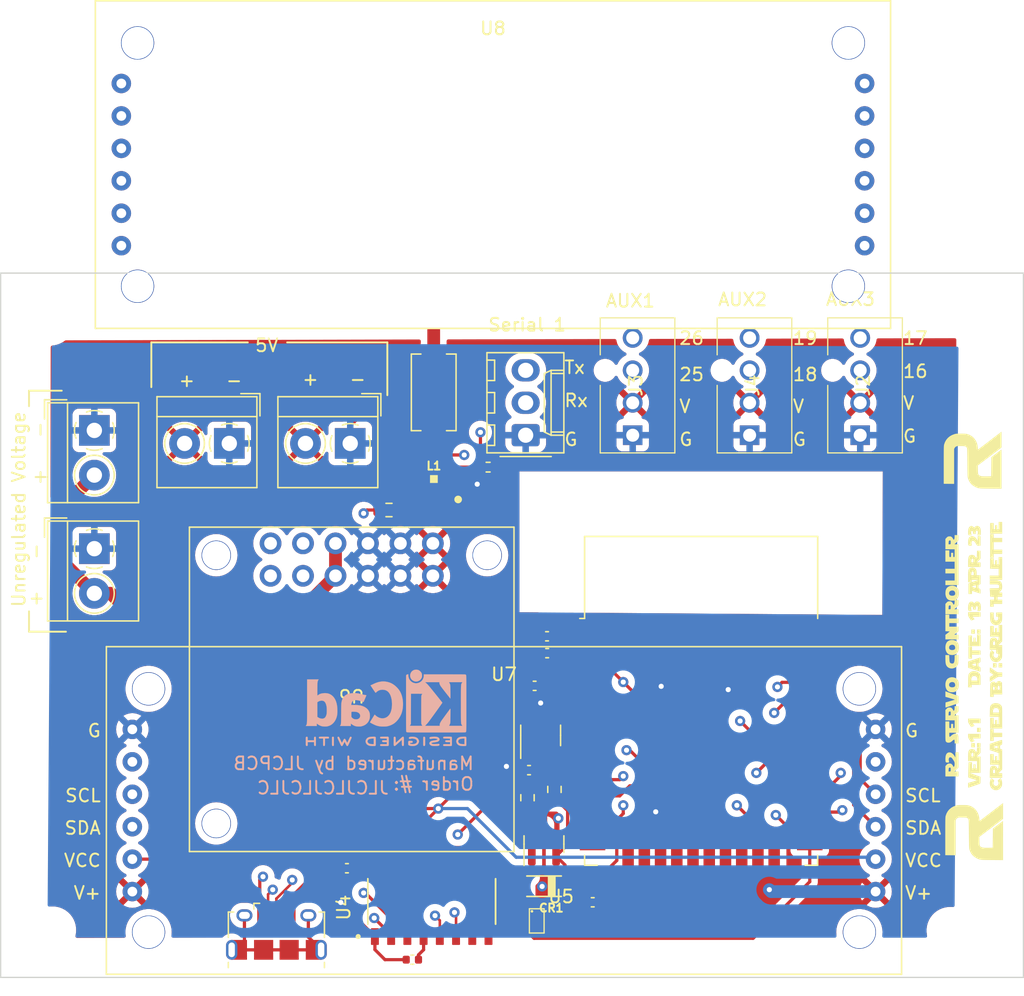
<source format=kicad_pcb>
(kicad_pcb (version 20240108) (generator "pcbnew") (generator_version "8.0")
  (layers (0 "F.Cu" signal) (1 "In1.Cu" signal) (2 "In2.Cu" signal) (31 "B.Cu" signal) (34 "B.Paste" user) (35 "F.Paste" user) (36 "B.SilkS" user "B.Silkscreen") (37 "F.SilkS" user "F.Silkscreen") (38 "B.Mask" user) (39 "F.Mask" user) (44 "Edge.Cuts" user))
  (net 0 "")
  (net 1 "RX_FU")
  (net 2 "GND")
  (net 3 "+3.3V")
  (net 4 "VIN")
  (net 5 "VBUS")
  (net 6 "D-")
  (net 7 "D+")
  (net 10 "SCL")
  (net 11 "SDA")
  (net 12 "+5V")
  (net 17 "ST_LED_D")
  (net 21 "Net-(L1-DI)")
  (net 23 "TX_FU")
  (net 24 "Net-(U3-CE)")
  (net 31 "GPIO0")
  (net 34 "TXD0")
  (net 35 "RXD0")
  (net 43 "DTR")
  (net 44 "RTS")
  (net 46 "RESET")
  (net 51 "+12V")
  (net 55 "AUX3-1")
  (net 56 "AUX3-2")
  (net 57 "AUX1-1")
  (net 58 "AUX1-2")
  (net 59 "AUX2-1")
  (net 60 "AUX2-2")
  (footprint "Capacitor_SMD:C_0402_1005Metric" (layer "F.Cu") (at 100.73 113.39 180)
    (property "Reference" "C7" (hide yes))
    (property "Value" "1uF" (hide yes))
  )
  (footprint "01-Custom:WS2812B-2020" (layer "F.Cu") (at 92.844 97.797)
    (property "Reference" "L1")
    (property "Value" "WS2812B-2020")
  )
  (footprint "TerminalBlock_4Ucon:TerminalBlock_4Ucon_1x02_P3.50mm_Horizontal" (layer "F.Cu") (at 66.273333 93.39 -90)
    (property "Reference" "J5" (hide yes))
    (property "Value" "12OUT" (hide yes))
  )
  (footprint "Logos:R2_Logo_V2" (layer "F.Cu") (at 135.362479 95.731515 90)
    (property "Reference" "G***" (hide yes))
    (property "Value" "LOGO" (hide yes))
  )
  (footprint "01-Custom:470531000" (layer "F.Cu") (at 108.404 93.766 -90)
    (property "Reference" "J3")
    (property "Value" "AUX1")
  )
  (footprint "Connector_USB:USB_Micro-B_Amphenol_10118194_Horizontal" (layer "F.Cu") (at 80.52 132.76)
    (property "Reference" "J1" (hide yes))
    (property "Value" "USB_B_Micro" (hide yes))
  )
  (footprint "TerminalBlock_4Ucon:TerminalBlock_4Ucon_1x02_P3.50mm_Horizontal" (layer "F.Cu") (at 86.298 94.41 180)
    (property "Reference" "J8" (hide yes))
    (property "Value" "5V Out 2" (hide yes))
  )
  (footprint "MountingHole:MountingHole_3.2mm_M3" (layer "F.Cu") (at 62.83 84.902)
    (property "Reference" "REF**" (hide yes))
    (property "Value" "MountingHole_3.2mm_M3" (hide yes))
  )
  (footprint "01-Custom:470531000" (layer "F.Cu") (at 126.208 93.766 -90)
    (property "Reference" "J2")
    (property "Value" "AUX3")
  )
  (footprint "01-Custom:PCA9685" (layer "F.Cu") (at 97.469 72.577)
    (property "Reference" "U8")
    (property "Value" "PCA9685")
  )
  (footprint "01-Custom:PCA9685" (layer "F.Cu") (at 98.33 123.15)
    (property "Reference" "U7")
    (property "Value" "PCA9685")
  )
  (footprint "Capacitor_SMD:C_0402_1005Metric" (layer "F.Cu") (at 101.7 109.51 180)
    (property "Reference" "C3" (hide yes))
    (property "Value" "100nF" (hide yes))
  )
  (footprint "MountingHole:MountingHole_3.2mm_M3" (layer "F.Cu") (at 135.282 84.902)
    (property "Reference" "REF**" (hide yes))
    (property "Value" "MountingHole_3.2mm_M3" (hide yes))
  )
  (footprint "01-Custom:UMT6" (layer "F.Cu") (at 100.895 131.7938)
    (property "Reference" "U5")
    (property "Value" "UMH3N")
  )
  (footprint "Capacitor_SMD:C_0402_1005Metric" (layer "F.Cu") (at 100.29 119.99)
    (property "Reference" "C5" (hide yes))
    (property "Value" "1uF" (hide yes))
  )
  (footprint "Resistor_SMD:R_0603_1608Metric" (layer "F.Cu") (at 100.17 122.15 90)
    (property "Reference" "R2" (hide yes))
    (property "Value" "100K" (hide yes))
  )
  (footprint "Package_TO_SOT_SMD:SOT-23-5" (layer "F.Cu") (at 101.2 117.27 90)
    (property "Reference" "U3" (hide yes))
    (property "Value" "ME6211C33M5G" (hide yes))
  )
  (footprint "01-Custom:D36V50F5-STEPDOWN" (layer "F.Cu") (at 86.415 113.665 180)
    (property "Reference" "U6")
    (property "Value" "D36V50F5-STEPDOWN")
  )
  (footprint "Resistor_SMD:R_0603_1608Metric" (layer "F.Cu") (at 89.332 99.624)
    (property "Reference" "R1" (hide yes))
    (property "Value" "10K" (hide yes))
  )
  (footprint "Capacitor_SMD:C_0402_1005Metric" (layer "F.Cu") (at 105.276 130.336 180)
    (property "Reference" "C1" (hide yes))
    (property "Value" "100nF" (hide yes))
  )
  (footprint "MountingHole:MountingHole_3.2mm_M3" (layer "F.Cu") (at 133.25 132.55)
    (property "Reference" "REF**" (hide yes))
    (property "Value" "MountingHole_3.2mm_M3" (hide yes))
  )
  (footprint "01-Custom:SOIC127P600X180-16N" (layer "F.Cu") (at 92.675 130.27 90)
    (property "Reference" "U4")
    (property "Value" "CH340C")
  )
  (footprint "TerminalBlock_4Ucon:TerminalBlock_4Ucon_1x02_P3.50mm_Horizontal" (layer "F.Cu") (at 66.273333 102.65 -90)
    (property "Reference" "J6" (hide yes))
    (property "Value" "12VOUT" (hide yes))
  )
  (footprint "Logos:ServoControllerv1.1" (layer "F.Cu") (at 135.098 111.062 90)
    (property "Reference" "G***" (hide yes))
    (property "Value" "LOGO" (hide yes))
  )
  (footprint "01-Custom:SOD3716X135N" (layer "F.Cu") (at 101.4685 129.0805 180)
    (property "Reference" "CR1")
    (property "Value" "B5819W-TP")
  )
  (footprint "RF_Module:ESP32-WROOM-32" (layer "F.Cu") (at 113.76 117.56)
    (property "Reference" "U1" (hide yes))
    (property "Value" "ESP32-WROOM-32D_16MB_" (hide yes))
  )
  (footprint "Capacitor_SMD:C_0402_1005Metric" (layer "F.Cu") (at 91.16 134.83 180)
    (property "Reference" "C6" (hide yes))
    (property "Value" "100nF" (hide yes))
  )
  (footprint "Resistor_SMD:R_0402_1005Metric" (layer "F.Cu") (at 97.09 96.266 180)
    (property "Reference" "R4" (hide yes))
    (property "Value" "220")
  )
  (footprint "01-Custom:470531000" (layer "F.Cu") (at 117.554 93.766 -90)
    (property "Reference" "J4")
    (property "Value" "AUX2")
  )
  (footprint "Connector_Molex:Molex_KK-254_AE-6410-03A_1x03_P2.54mm_Vertical" (layer "F.Cu") (at 100.028 93.766 90)
    (property "Reference" "J12" (hide yes))
    (property "Value" "SERIAL_FU" (hide yes))
  )
  (footprint "TerminalBlock_4Ucon:TerminalBlock_4Ucon_1x02_P3.50mm_Horizontal" (layer "F.Cu") (at 76.834666 94.41 180)
    (property "Reference" "J7" (hide yes))
    (property "Value" "5V OUT" (hide yes))
  )
  (footprint "Capacitor_SMD:C_0402_1005Metric" (layer "F.Cu") (at 101.71 110.83 180)
    (property "Reference" "C2" (hide yes))
    (property "Value" "10uF" (hide yes))
  )
  (footprint "Logos:R2_Logo_V2" (layer "F.Cu") (at 135.482 124.812 90)
    (property "Reference" "G***" (hide yes))
    (property "Value" "LOGO" (hide yes))
  )
  (footprint "MountingHole:MountingHole_3.2mm_M3" (layer "F.Cu") (at 63 132.51)
    (property "Reference" "REF**" (hide yes))
    (property "Value" "MountingHole_3.2mm_M3" (hide yes))
  )
  (footprint "Package_TO_SOT_SMD:SOT-23" (layer "F.Cu") (at 101.46 125.782 90)
    (property "Reference" "U2" (hide yes))
    (property "Value" "CJ2301_S1" (hide yes))
  )
  (footprint "01-Custom:TS-1101S-B-B-B-W-A" (layer "F.Cu") (at 92.831 90.411 -90)
    (property "Reference" "SW1")
    (property "Value" "SW_Push")
  )
  (footprint "Capacitor_SMD:C_0402_1005Metric" (layer "F.Cu") (at 86.04 127.67 180)
    (property "Reference" "C4" (hide yes))
    (property "Value" "10uF" (hide yes))
  )
  (footprint "Resistor_SMD:R_0603_1608Metric" (layer "F.Cu") (at 102.28 121.5 -90)
    (property "Reference" "R3" (hide yes))
    (property "Value" "100K" (hide yes))
  )
  (footprint "Symbol:KiCad-Logo2_5mm_SilkScreen" (layer "B.Cu") (at 89.11 115.1 180)
    (property "Reference" "REF**" (hide yes))
    (property "Value" "KiCad-Logo2_5mm_SilkScreen" (hide yes))
  )
  (gr_line (start 61.16 109.15) (end 64.05 109.15) (stroke (width 0.15)) (layer "F.SilkS"))
  (gr_line (start 89.202 90.63) (end 89.202 86.5) (stroke (width 0.15)) (layer "F.SilkS"))
  (gr_line (start 78.282 86.5) (end 70.732 86.5) (stroke (width 0.15)) (layer "F.SilkS"))
  (gr_line (start 61.16 107.56) (end 61.16 109.15) (stroke (width 0.15)) (layer "F.SilkS"))
  (gr_line (start 61.16 90.28) (end 61.16 91.49) (stroke (width 0.15)) (layer "F.SilkS"))
  (gr_line (start 70.732 86.5) (end 70.732 90) (stroke (width 0.15)) (layer "F.SilkS"))
  (gr_line (start 63.72 90.28) (end 61.16 90.28) (stroke (width 0.15)) (layer "F.SilkS"))
  (gr_line (start 89.202 86.5) (end 81.362 86.5) (stroke (width 0.15)) (layer "F.SilkS"))
  (gr_rect (start 58.94 81.072) (end 138.982 136.22) (stroke (width 0.1)) (fill none) (layer "Edge.Cuts"))
  (gr_text "Manufactured by JLCPCB\nOrder #:" (at 96.06 120.27 0) (layer "B.SilkS") (effects (font (size 1 1)) (justify left mirror)))
  (gr_text "JLCJLCJLCJLC" (at 84.16 121.38 0) (layer "B.SilkS") (effects (font (size 1 1)) (justify mirror)))
  (gr_text "AUX3" (at 125.446 83.122 0) (layer "F.SilkS") (effects (font (size 1 1))))
  (gr_text "V+" (at 65.716381 129.604 0) (layer "F.SilkS") (effects (font (size 1 1))))
  (gr_text "G" (at 121.453429 94.096 0) (layer "F.SilkS") (effects (font (size 1 1))))
  (gr_text "+" (at 61.988 97.04 90) (layer "F.SilkS") (effects (font (size 1 1))))
  (gr_text "18" (at 121.90581 89.016 0) (layer "F.SilkS") (effects (font (size 1 1))))
  (gr_text "+" (at 61.684 106.56 90) (layer "F.SilkS") (effects (font (size 1 1))))
  (gr_text "Serial 1" (at 100.146 85.12 0) (layer "F.SilkS") (effects (font (size 1 1))))
  (gr_text "V" (at 121.382 91.504 0) (layer "F.SilkS") (effects (font (size 1 1))))
  (gr_text "G" (at 103.570286 94.096 0) (layer "F.SilkS") (effects (font (size 1 1))))
  (gr_text "V" (at 112.492 91.504 0) (layer "F.SilkS") (effects (font (size 1 1))))
  (gr_text "AUX1" (at 108.222 83.242 0) (layer "F.SilkS") (effects (font (size 1 1))))
  (gr_text "SCL" (at 131.113333 121.984 0) (layer "F.SilkS") (effects (font (size 1 1))))
  (gr_text "-" (at 61.988 93.34 90) (layer "F.SilkS") (effects (font (size 1 1))))
  (gr_text "-" (at 86.882 89.37 0) (layer "F.SilkS") (effects (font (size 1 1))))
  (gr_text "SCL" (at 65.383047 121.984 0) (layer "F.SilkS") (effects (font (size 1 1))))
  (gr_text "Unregulated Voltage" (at 60.362 99.57 90) (layer "F.SilkS") (effects (font (size 1 1))))
  (gr_text "VCC" (at 65.335428 127.064 0) (layer "F.SilkS") (effects (font (size 1 1))))
  (gr_text "+" (at 83.182 89.37 0) (layer "F.SilkS") (effects (font (size 1 1))))
  (gr_text "5V" (at 79.772 86.73 0) (layer "F.SilkS") (effects (font (size 1 1))))
  (gr_text "SDA" (at 65.359238 124.524 0) (layer "F.SilkS") (effects (font (size 1 1))))
  (gr_text "G" (at 112.563429 94.096 0) (layer "F.SilkS") (effects (font (size 1 1))))
  (gr_text "-" (at 77.212 89.47 0) (layer "F.SilkS") (effects (font (size 1 1))))
  (gr_text "G" (at 130.073619 93.842 0) (layer "F.SilkS") (effects (font (size 1 1))))
  (gr_text "16" (at 130.526 88.762 0) (layer "F.SilkS") (effects (font (size 1 1))))
  (gr_text "19" (at 121.90581 86.17 0) (layer "F.SilkS") (effects (font (size 1 1))))
  (gr_text "SDA" (at 131.137143 124.524 0) (layer "F.SilkS") (effects (font (size 1 1))))
  (gr_text "V" (at 130.00219 91.25 0) (layer "F.SilkS") (effects (font (size 1 1))))
  (gr_text "17" (at 130.526 86.17 0) (layer "F.SilkS") (effects (font (size 1 1))))
  (gr_text "-" (at 61.684 102.86 90) (layer "F.SilkS") (effects (font (size 1 1))))
  (gr_text "G" (at 66.264 116.904 0) (layer "F.SilkS") (effects (font (size 1 1))))
  (gr_text "26" (at 113.01581 86.17 0) (layer "F.SilkS") (effects (font (size 1 1))))
  (gr_text "Rx" (at 103.975048 91.048 0) (layer "F.SilkS") (effects (font (size 1 1))))
  (gr_text "AUX2" (at 117.008 83.142 0) (layer "F.SilkS") (effects (font (size 1 1))))
  (gr_text "Tx" (at 103.856 88.456 0) (layer "F.SilkS") (effects (font (size 1 1))))
  (gr_text "G" (at 130.232381 116.904 0) (layer "F.SilkS") (effects (font (size 1 1))))
  (gr_text "+" (at 73.512 89.47 0) (layer "F.SilkS") (effects (font (size 1 1))))
  (gr_text "VCC" (at 131.160952 127.064 0) (layer "F.SilkS") (effects (font (size 1 1))))
  (gr_text "V+" (at 130.78 129.604 0) (layer "F.SilkS") (effects (font (size 1 1))))
  (gr_text "25" (at 113.01581 89.016 0) (layer "F.SilkS") (effects (font (size 1 1))))
  (segment (start 83.02 133.06) (end 84.02 134.06) (width 0.254) (layer "F.Cu") (net 0))
  (segment (start 79.52 134.06) (end 81.52 134.06) (width 0.254) (layer "F.Cu") (net 0))
  (segment (start 77.62 134.06) (end 79.52 134.06) (width 0.254) (layer "F.Cu") (net 0))
  (segment (start 78.02 133.66) (end 77.62 134.06) (width 0.254) (layer "F.Cu") (net 0))
  (segment (start 81.52 134.06) (end 83.42 134.06) (width 0.254) (layer "F.Cu") (net 0))
  (segment (start 78.02 131.36) (end 78.02 133.66) (width 0.254) (layer "F.Cu") (net 0))
  (segment (start 83.02 131.36) (end 83.02 133.06) (width 0.254) (layer "F.Cu") (net 0))
  (segment (start 105.26 124.545) (end 106.51 124.545) (width 0.25) (layer "F.Cu") (net 1))
  (segment (start 106.51 124.545) (end 107.666 123.389) (width 0.25) (layer "F.Cu") (net 1))
  (segment (start 107.666 123.389) (end 107.666 122.746) (width 0.25) (layer "F.Cu") (net 1))
  (via (at 107.666 122.746) (size 0.8) (drill 0.4) (layers "F.Cu" "B.Cu") (net 1))
  (segment (start 101.2 114.734) (end 101.2 114.34693) (width 0.25) (layer "F.Cu") (net 2))
  (segment (start 108.045 126.815) (end 108.045 129.987) (width 0.25) (layer "F.Cu") (net 2))
  (segment (start 108.045 126.815) (end 108.045 125.415) (width 0.25) (layer "F.Cu") (net 2))
  (segment (start 110.6335 113.4285) (end 112.76 115.555) (width 0.25) (layer "F.Cu") (net 2))
  (segment (start 101.2 118.4075) (end 101.2 114.734) (width 0.25) (layer "F.Cu") (net 2))
  (segment (start 103.877 109.305) (end 102.84 108.268) (width 0.25) (layer "F.Cu") (net 2))
  (segment (start 112.76 115.555) (end 112.76 116.805) (width 0.25) (layer "F.Cu") (net 2))
  (segment (start 108.045 129.987) (end 106.736 131.296) (width 0.25) (layer "F.Cu") (net 2))
  (segment (start 101.57 108.268) (end 101.22 108.618) (width 0.25) (layer "F.Cu") (net 2))
  (segment (start 81.82 129.796) (end 83.946 127.67) (width 0.25) (layer "F.Cu") (net 2))
  (segment (start 101.22 109.51) (end 101.22 110.82) (width 0.25) (layer "F.Cu") (net 2))
  (segment (start 105.26 109.305) (end 106.51 109.305) (width 0.25) (layer "F.Cu") (net 2))
  (segment (start 100.17 120.35) (end 99.81 119.99) (width 0.25) (layer "F.Cu") (net 2))
  (segment (start 88.23 134.044) (end 88.23 133.02) (width 0.25) (layer "F.Cu") (net 2))
  (segment (start 88.23 133.02) (end 85.56 130.35) (width 0.25) (layer "F.Cu") (net 2))
  (segment (start 112.76 120.7) (end 112.76 116.805) (width 0.25) (layer "F.Cu") (net 2))
  (segment (start 105.26 109.305) (end 103.877 109.305) (width 0.25) (layer "F.Cu") (net 2))
  (segment (start 99.81 119.99) (end 98.814 119.99) (width 0.25) (layer "F.Cu") (net 2))
  (segment (start 92.831 86.511) (end 86.298 93.044) (width 0.25) (layer "F.Cu") (net 2))
  (segment (start 120.26 109.305) (end 115.8785 113.6865) (width 0.25) (layer "F.Cu") (net 2))
  (segment (start 86.298 93.044) (end 86.298 94.41) (width 0.25) (layer "F.Cu") (net 2))
  (segment (start 90.68 134.83) (end 89.016 134.83) (width 0.25) (layer "F.Cu") (net 2))
  (segment (start 101.2 114.34693) (end 100.25 113.39693) (width 0.25) (layer "F.Cu") (net 2))
  (segment (start 100.25 113.39693) (end 100.25 113.39) (width 0.25) (layer "F.Cu") (net 2))
  (segment (start 106.736 131.296) (end 105.74907 131.296) (width 0.25) (layer "F.Cu") (net 2))
  (segment (start 83.946 127.67) (end 85.56 127.67) (width 0.25) (layer "F.Cu") (net 2))
  (segment (start 89.016 134.83) (end 88.23 134.044) (width 0.25) (layer "F.Cu") (net 2))
  (segment (start 110.206 123.254) (end 112.76 120.7) (width 0.25) (layer "F.Cu") (net 2))
  (segment (start 105.74907 131.296) (end 104.796 130.34293) (width 0.25) (layer "F.Cu") (net 2))
  (segment (start 101.22 110.82) (end 101.23 110.83) (width 0.25) (layer "F.Cu") (net 2))
  (segment (start 101.22 108.618) (end 101.22 109.51) (width 0.25) (layer "F.Cu") (net 2))
  (segment (start 98.814 119.99) (end 98.522 119.698) (width 0.25) (layer "F.Cu") (net 2))
  (segment (start 115.8785 113.6865) (end 112.76 116.805) (width 0.25) (layer "F.Cu") (net 2))
  (segment (start 104.796 130.34293) (end 104.796 130.336) (width 0.25) (layer "F.Cu") (net 2))
  (segment (start 95.783 97.147) (end 96.236 97.6) (width 0.25) (layer "F.Cu") (net 2))
  (segment (start 108.045 125.415) (end 110.206 123.254) (width 0.25) (layer "F.Cu") (net 2))
  (segment (start 81.82 131.36) (end 81.82 129.796) (width 0.25) (layer "F.Cu") (net 2))
  (segment (start 93.859 97.147) (end 95.783 97.147) (width 0.25) (layer "F.Cu") (net 2))
  (segment (start 122.26 109.305) (end 120.26 109.305) (width 0.25) (layer "F.Cu") (net 2))
  (segment (start 102.84 108.268) (end 101.57 108.268) (width 0.25) (layer "F.Cu") (net 2))
  (segment (start 85.56 130.35) (end 85.56 127.67) (width 0.25) (layer "F.Cu") (net 2))
  (segment (start 106.51 109.305) (end 110.6335 113.4285) (width 0.25) (layer "F.Cu") (net 2))
  (segment (start 100.17 121.325) (end 100.17 120.35) (width 0.25) (layer "F.Cu") (net 2))
  (via (at 98.522 119.698) (size 0.8) (drill 0.4) (layers "F.Cu" "B.Cu") (net 2))
  (via (at 85.56 130.35) (size 0.8) (drill 0.4) (layers "F.Cu" "B.Cu") (net 2))
  (via (at 115.8785 113.6865) (size 0.8) (drill 0.4) (layers "F.Cu" "B.Cu") (net 2))
  (via (at 101.2 114.734) (size 0.8) (drill 0.4) (layers "F.Cu" "B.Cu") (net 2))
  (via (at 96.236 97.6) (size 0.8) (drill 0.4) (layers "F.Cu" "B.Cu") (net 2))
  (via (at 110.206 123.254) (size 0.8) (drill 0.4) (layers "F.Cu" "B.Cu") (net 2))
  (via (at 110.6335 113.4285) (size 0.8) (drill 0.4) (layers "F.Cu" "B.Cu") (net 2))
  (segment (start 99.284 115.1665) (end 99.284 113.602) (width 0.25) (layer "F.Cu") (net 3))
  (segment (start 101.45693 112.078) (end 102.586 112.078) (width 0.25) (layer "F.Cu") (net 3))
  (segment (start 101.21 113.39) (end 101.274 113.39) (width 0.25) (layer "F.Cu") (net 3))
  (segment (start 100.0555 116.1325) (end 93.188 123) (width 0.25) (layer "F.Cu") (net 3))
  (segment (start 102.713 111.951) (end 104.089 110.575) (width 0.25) (layer "F.Cu") (net 3))
  (segment (start 99.284 113.602) (end 99.284 113.094) (width 0.25) (layer "F.Cu") (net 3))
  (segment (start 77.29 126.96) (end 81.25 123) (width 0.254) (layer "F.Cu") (net 3))
  (segment (start 102.586 112.078) (end 102.713 111.951) (width 0.25) (layer "F.Cu") (net 3))
  (segment (start 88.23 126.434) (end 88.23 127.52) (width 0.25) (layer "F.Cu") (net 3))
  (segment (start 88.23 128.964) (end 92.04 132.774) (width 0.25) (layer "F.Cu") (net 3))
  (segment (start 92.04 132.774) (end 92.04 133.02) (width 0.25) (layer "F.Cu") (net 3))
  (segment (start 92.04 134.054) (end 92.04 133.02) (width 0.25) (layer "F.Cu") (net 3))
  (segment (start 69.247 126.96) (end 77.29 126.96) (width 0.254) (layer "F.Cu") (net 3))
  (segment (start 103.245 110.575) (end 105.26 110.575) (width 0.25) (layer "F.Cu") (net 3))
  (segment (start 102.445 110.575) (end 105.26 110.575) (width 0.25) (layer "F.Cu") (net 3))
  (segment (start 86.52 127.67) (end 88.08 127.67) (width 0.25) (layer "F.Cu") (net 3))
  (segment (start 104.089 110.575) (end 105.26 110.575) (width 0.25) (layer "F.Cu") (net 3))
  (segment (start 88.507 99.624) (end 87.608 99.624) (width 0.25) (layer "F.Cu") (net 3))
  (segment (start 100.25 116.1325) (end 99.284 115.1665) (width 0.25) (layer "F.Cu") (net 3))
  (segment (start 101.274 113.39) (end 102.713 111.951) (width 0.25) (layer "F.Cu") (net 3))
  (segment (start 81.25 123) (end 93.188 123) (width 0.254) (layer "F.Cu") (net 3))
  (segment (start 91.64 134.83) (end 91.64 134.454) (width 0.25) (layer "F.Cu") (net 3))
  (segment (start 89.886 124.778) (end 88.23 126.434) (width 0.25) (layer "F.Cu") (net 3))
  (segment (start 102.19 110.83) (end 102.445 110.575) (width 0.25) (layer "F.Cu") (net 3))
  (segment (start 91.64 134.454) (end 92.04 134.054) (width 0.25) (layer "F.Cu") (net 3))
  (segment (start 100.554 111.824) (end 101.20293 111.824) (width 0.25) (layer "F.Cu") (net 3))
  (segment (start 88.23 127.52) (end 88.23 128.964) (width 0.25) (layer "F.Cu") (net 3))
  (segment (start 87.608 99.624) (end 87.346 99.886) (width 0.25) (layer "F.Cu") (net 3))
  (segment (start 91.41 124.778) (end 89.886 124.778) (width 0.25) (layer "F.Cu") (net 3))
  (segment (start 101.20293 111.824) (end 101.45693 112.078) (width 0.25) (layer "F.Cu") (net 3))
  (segment (start 88.08 127.67) (end 88.23 127.52) (width 0.25) (layer "F.Cu") (net 3))
  (segment (start 93.188 123) (end 91.41 124.778) (width 0.25) (layer "F.Cu") (net 3))
  (segment (start 102.18 109.51) (end 103.245 110.575) (width 0.25) (layer "F.Cu") (net 3))
  (segment (start 100.25 116.1325) (end 100.0555 116.1325) (width 0.25) (layer "F.Cu") (net 3))
  (segment (start 99.284 113.094) (end 100.554 111.824) (width 0.25) (layer "F.Cu") (net 3))
  (via (at 87.346 99.886) (size 0.8) (drill 0.4) (layers "F.Cu" "B.Cu") (net 3))
  (via (at 93.188 123) (size 0.8) (drill 0.4) (layers "F.Cu" "B.Cu") (net 3))
  (segment (start 127.413 126.96) (end 127.263 126.81) (width 0.254) (layer "B.Cu") (net 3))
  (segment (start 95.474 123) (end 93.188 123) (width 0.254) (layer "B.Cu") (net 3))
  (segment (start 127.263 126.81) (end 99.284 126.81) (width 0.254) (layer "B.Cu") (net 3))
  (segment (start 99.284 126.81) (end 95.474 123) (width 0.254) (layer "B.Cu") (net 3))
  (segment (start 101.48048 120.70048) (end 100.77 119.99) (width 0.25) (layer "F.Cu") (net 4))
  (segment (start 102.41 126.7195) (end 103.310511 125.818989) (width 0.25) (layer "F.Cu") (net 4))
  (segment (start 100.25 118.4075) (end 100.41452 118.57202) (width 0.25) (layer "F.Cu") (net 4))
  (segment (start 102.28 122.325) (end 101.48048 121.52548) (width 0.25) (layer "F.Cu") (net 4))
  (segment (start 103.310511 123.165511) (end 102.47 122.325) (width 0.25) (layer "F.Cu") (net 4))
  (segment (start 103.1068 129.0805) (end 103.1068 127.4163) (width 0.25) (layer "F.Cu") (net 4))
  (segment (start 101.48048 121.52548) (end 101.48048 120.70048) (width 0.25) (layer "F.Cu") (net 4))
  (segment (start 103.310511 125.818989) (end 103.310511 123.165511) (width 0.25) (layer "F.Cu") (net 4))
  (segment (start 100.41452 119.63452) (end 100.77 119.99) (width 0.25) (layer "F.Cu") (net 4))
  (segment (start 103.1068 127.4163) (end 102.41 126.7195) (width 0.25) (layer "F.Cu") (net 4))
  (segment (start 100.41452 118.57202) (end 100.41452 119.63452) (width 0.25) (layer "F.Cu") (net 4))
  (segment (start 100.51 123.315) (end 100.17 122.975) (width 0.25) (layer "F.Cu") (net 5))
  (segment (start 96.769 122.975) (end 94.712 125.032) (width 0.25) (layer "F.Cu") (net 5))
  (segment (start 79.22 128.586) (end 79.472 128.334) (width 0.25) (layer "F.Cu") (net 5))
  (segment (start 99.8302 129.0805) (end 100.51 128.4007) (width 0.25) (layer "F.Cu") (net 5))
  (segment (start 100.17 122.975) (end 96.769 122.975) (width 0.25) (layer "F.Cu") (net 5))
  (segment (start 79.22 131.36) (end 79.22 128.586) (width 0.25) (layer "F.Cu") (net 5))
  (segment (start 100.51 128.4007) (end 100.51 123.315) (width 0.25) (layer "F.Cu") (net 5))
  (via (at 79.472 128.334) (size 0.8) (drill 0.4) (layers "F.Cu" "B.Cu") (net 5))
  (via (at 94.712 125.032) (size 0.8) (drill 0.4) (layers "F.Cu" "B.Cu") (net 5))
  (segment (start 94.58 133.02) (end 94.58 131.25) (width 0.2) (layer "F.Cu") (net 6))
  (segment (start 79.87 129.714) (end 80.234 129.35) (width 0.2) (layer "F.Cu") (net 6))
  (segment (start 94.58 131.25) (end 94.458 131.128) (width 0.2) (layer "F.Cu") (net 6))
  (segment (start 79.87 131.36) (end 79.87 129.714) (width 0.2) (layer "F.Cu") (net 6))
  (via (at 94.458 131.128) (size 0.8) (drill 0.4) (layers "F.Cu" "B.Cu") (net 6))
  (via (at 80.234 129.35) (size 0.8) (drill 0.4) (layers "F.Cu" "B.Cu") (net 6))
  (segment (start 93.31 133.02) (end 93.31 131.758) (width 0.2) (layer "F.Cu") (net 7))
  (segment (start 80.523748 130.049511) (end 81.758 128.815259) (width 0.2) (layer "F.Cu") (net 7))
  (segment (start 93.31 131.758) (end 92.934 131.382) (width 0.2) (layer "F.Cu") (net 7))
  (segment (start 80.52 131.36) (end 80.52 130.049511) (width 0.2) (layer "F.Cu") (net 7))
  (segment (start 80.52 130.049511) (end 80.523748 130.049511) (width 0.2) (layer "F.Cu") (net 7))
  (segment (start 81.758 128.815259) (end 81.758 128.588) (width 0.2) (layer "F.Cu") (net 7))
  (via (at 92.934 131.382) (size 0.8) (drill 0.4) (layers "F.Cu" "B.Cu") (net 7))
  (via (at 81.758 128.588) (size 0.8) (drill 0.4) (layers "F.Cu" "B.Cu") (net 7))
  (segment (start 126.208 120.675) (end 126.208 117.92) (width 0.254) (layer "F.Cu") (net 10))
  (segment (start 122.927 111.845) (end 122.26 111.845) (width 0.254) (layer "F.Cu") (net 10))
  (segment (start 123.922 115.634) (end 123.922 112.84) (width 0.254) (layer "F.Cu") (net 10))
  (segment (start 123.922 112.84) (end 122.927 111.845) (width 0.254) (layer "F.Cu") (net 10))
  (segment (start 127.413 121.88) (end 126.208 120.675) (width 0.254) (layer "F.Cu") (net 10))
  (segment (start 126.208 117.92) (end 123.922 115.634) (width 0.254) (layer "F.Cu") (net 10))
  (segment (start 125.7 122.707) (end 127.413 124.42) (width 0.254) (layer "F.Cu") (net 11))
  (segment (start 122.927 115.655) (end 125.7 118.428) (width 0.254) (layer "F.Cu") (net 11))
  (segment (start 122.26 115.655) (end 122.927 115.655) (width 0.254) (layer "F.Cu") (net 11))
  (segment (start 125.7 118.428) (end 125.7 122.707) (width 0.254) (layer "F.Cu") (net 11))
  (via (at 119.096 129.35) (size 0.8) (drill 0.4) (layers "F.Cu" "B.Cu") (net 12))
  (via (at 102.586 123.762) (size 0.8) (drill 0.4) (layers "F.Cu" "B.Cu") (net 12))
  (via (at 101.316 129.096) (size 0.8) (drill 0.4) (layers "F.Cu" "B.Cu") (net 12))
  (segment (start 119.246 129.5) (end 119.096 129.35) (width 1) (layer "B.Cu") (net 12))
  (segment (start 127.413 129.5) (end 119.246 129.5) (width 1) (layer "B.Cu") (net 12))
  (segment (start 96.49 93.536) (end 96.49 95.156) (width 0.25) (layer "F.Cu") (net 17))
  (segment (start 122.26 124.545) (end 120.641 124.545) (width 0.25) (layer "F.Cu") (net 17))
  (segment (start 120.641 124.545) (end 119.604 123.508) (width 0.25) (layer "F.Cu") (net 17))
  (segment (start 96.49 95.156) (end 97.6 96.266) (width 0.25) (layer "F.Cu") (net 17))
  (via (at 96.49 93.536) (size 0.8) (drill 0.4) (layers "F.Cu" "B.Cu") (net 17))
  (via (at 119.604 123.508) (size 0.8) (drill 0.4) (layers "F.Cu" "B.Cu") (net 17))
  (segment (start 92.71 96.266) (end 91.829 97.147) (width 0.25) (layer "F.Cu") (net 21))
  (segment (start 96.58 96.266) (end 92.71 96.266) (width 0.25) (layer "F.Cu") (net 21))
  (segment (start 118.205 126.815) (end 118.205 124.395) (width 0.254) (layer "F.Cu") (net 23))
  (segment (start 118.205 124.395) (end 116.556 122.746) (width 0.254) (layer "F.Cu") (net 23))
  (via (at 116.556 122.746) (size 0.8) (drill 0.4) (layers "F.Cu" "B.Cu") (net 23))
  (segment (start 102.15 118.4075) (end 102.15 120.355) (width 0.25) (layer "F.Cu") (net 24))
  (segment (start 102.15 120.355) (end 102.47 120.675) (width 0.25) (layer "F.Cu") (net 24))
  (segment (start 100.6862 133.16) (end 117.826 133.16) (width 0.25) (layer "F.Cu") (net 31))
  (segment (start 117.826 133.16) (end 122.26 128.726) (width 0.25) (layer "F.Cu") (net 31))
  (segment (start 122.26 128.726) (end 122.26 125.815) (width 0.25) (layer "F.Cu") (net 31))
  (segment (start 99.97 132.4438) (end 100.6862 133.16) (width 0.25) (layer "F.Cu") (net 31))
  (segment (start 87.346 129.604) (end 87.478885 129.604) (width 0.25) (layer "F.Cu") (net 34))
  (segment (start 120.091 113.115) (end 119.731 113.475) (width 0.25) (layer "F.Cu") (net 34))
  (segment (start 122.26 113.115) (end 120.091 113.115) (width 0.25) (layer "F.Cu") (net 34))
  (segment (start 90.77 133.02) (end 90.77 132.895115) (width 0.25) (layer "F.Cu") (net 34))
  (segment (start 90.77 132.895115) (end 87.478885 129.604) (width 0.25) (layer "F.Cu") (net 34))
  (via (at 119.731 113.475) (size 0.8) (drill 0.4) (layers "F.Cu" "B.Cu") (net 34))
  (via (at 87.346 129.604) (size 0.8) (drill 0.4) (layers "F.Cu" "B.Cu") (net 34))
  (segment (start 89.5 133.02) (end 89.5 132.895114) (width 0.25) (layer "F.Cu") (net 35))
  (segment (start 89.5 132.895114) (end 88.174443 131.569557) (width 0.25) (layer "F.Cu") (net 35))
  (segment (start 120.599 114.385) (end 119.477 115.507) (width 0.25) (layer "F.Cu") (net 35))
  (segment (start 122.26 114.385) (end 120.599 114.385) (width 0.25) (layer "F.Cu") (net 35))
  (via (at 119.477 115.507) (size 0.8) (drill 0.4) (layers "F.Cu" "B.Cu") (net 35))
  (via (at 88.174443 131.569557) (size 0.8) (drill 0.4) (layers "F.Cu" "B.Cu") (net 35))
  (segment (start 98.9338 131.7938) (end 98.4258 131.2858) (width 0.254) (layer "F.Cu") (net 43))
  (segment (start 92.04 128.456) (end 92.04 127.52) (width 0.25) (layer "F.Cu") (net 43))
  (segment (start 99.97 131.7938) (end 98.9338 131.7938) (width 0.254) (layer "F.Cu") (net 43))
  (segment (start 98.4258 131.2858) (end 96.744 129.604) (width 0.25) (layer "F.Cu") (net 43))
  (segment (start 100.775604 131.7938) (end 101.425604 132.4438) (width 0.254) (layer "F.Cu") (net 43))
  (segment (start 99.97 131.7938) (end 100.775604 131.7938) (width 0.254) (layer "F.Cu") (net 43))
  (segment (start 96.744 129.604) (end 93.188 129.604) (width 0.25) (layer "F.Cu") (net 43))
  (segment (start 93.188 129.604) (end 92.04 128.456) (width 0.25) (layer "F.Cu") (net 43))
  (segment (start 101.425604 132.4438) (end 101.82 132.4438) (width 0.254) (layer "F.Cu") (net 43))
  (segment (start 91.41 126.048) (end 97.252 126.048) (width 0.25) (layer "F.Cu") (net 44))
  (segment (start 98.014 126.81) (end 98.014 128.6798) (width 0.25) (layer "F.Cu") (net 44))
  (segment (start 98.014 129.1878) (end 98.014 128.6798) (width 0.254) (layer "F.Cu") (net 44))
  (segment (start 99.97 131.1438) (end 98.014 129.1878) (width 0.254) (layer "F.Cu") (net 44))
  (segment (start 99.97 131.1438) (end 100.766978 131.1438) (width 0.254) (layer "F.Cu") (net 44))
  (segment (start 90.77 126.688) (end 91.41 126.048) (width 0.25) (layer "F.Cu") (net 44))
  (segment (start 101.416978 131.7938) (end 101.82 131.7938) (width 0.254) (layer "F.Cu") (net 44))
  (segment (start 100.766978 131.1438) (end 101.416978 131.7938) (width 0.254) (layer "F.Cu") (net 44))
  (segment (start 97.252 126.048) (end 98.014 126.81) (width 0.25) (layer "F.Cu") (net 44))
  (segment (start 90.77 127.52) (end 90.77 126.688) (width 0.25) (layer "F.Cu") (net 44))
  (segment (start 91.905 94.311) (end 90.14 96.076) (width 0.25) (layer "F.Cu") (net 46))
  (segment (start 105.756 130.234) (end 105.756 130.336) (width 0.254) (layer "F.Cu") (net 46))
  (segment (start 105.756 128.466) (end 107.158 127.064) (width 0.254) (layer "F.Cu") (net 46))
  (segment (start 105.756 130.336) (end 105.756 128.466) (width 0.254) (layer "F.Cu") (net 46))
  (segment (start 109.444 114.872) (end 107.666 113.094) (width 0.254) (layer "F.Cu") (net 46))
  (segment (start 106.417 111.845) (end 107.666 113.094) (width 0.25) (layer "F.Cu") (net 46))
  (segment (start 95.22 95.314) (end 93.834 95.314) (width 0.25) (layer "F.Cu") (net 46))
  (segment (start 92.831 94.311) (end 91.905 94.311) (width 0.25) (layer "F.Cu") (net 46))
  (segment (start 104.872 129.35) (end 105.756 130.234) (width 0.254) (layer "F.Cu") (net 46))
  (segment (start 93.834 95.314) (end 92.831 94.311) (width 0.25) (layer "F.Cu") (net 46))
  (segment (start 109.444 122.492) (end 109.444 114.872) (width 0.254) (layer "F.Cu") (net 46))
  (segment (start 105.26 111.845) (end 106.417 111.845) (width 0.25) (layer "F.Cu") (net 46))
  (segment (start 90.14 96.076) (end 90.14 99.607) (width 0.25) (layer "F.Cu") (net 46))
  (segment (start 107.158 127.064) (end 107.158 124.778) (width 0.254) (layer "F.Cu") (net 46))
  (segment (start 90.14 99.607) (end 90.157 99.624) (width 0.25) (layer "F.Cu") (net 46))
  (segment (start 107.158 124.778) (end 109.444 122.492) (width 0.254) (layer "F.Cu") (net 46))
  (segment (start 101.82 131.1438) (end 102.8242 131.1438) (width 0.254) (layer "F.Cu") (net 46))
  (segment (start 104.618 129.35) (end 104.872 129.35) (width 0.254) (layer "F.Cu") (net 46))
  (segment (start 102.8242 131.1438) (end 104.618 129.35) (width 0.254) (layer "F.Cu") (net 46))
  (via (at 107.666 113.094) (size 0.8) (drill 0.4) (layers "F.Cu" "B.Cu") (net 46))
  (via (at 95.22 95.314) (size 0.8) (drill 0.4) (layers "F.Cu" "B.Cu") (net 46))
  (segment (start 68.743333 107.35) (end 67.543333 106.15) (width 1) (layer "F.Cu") (net 51))
  (segment (start 63.724 103.600667) (end 63.724 99.439333) (width 1) (layer "F.Cu") (net 51))
  (segment (start 67.543333 106.15) (end 66.273333 106.15) (width 1) (layer "F.Cu") (net 51))
  (segment (start 85.145 104.775) (end 82.57 107.35) (width 1) (layer "F.Cu") (net 51))
  (segment (start 82.57 107.35) (end 68.743333 107.35) (width 1) (layer "F.Cu") (net 51))
  (segment (start 63.724 99.439333) (end 66.273333 96.89) (width 1) (layer "F.Cu") (net 51))
  (segment (start 66.273333 106.15) (end 63.724 103.600667) (width 1) (layer "F.Cu") (net 51))
  (segment (start 85.145 104.775) (end 85.145 102.235) (width 1) (layer "F.Cu") (net 51))
  (segment (start 122.26 123.275) (end 124.663 123.275) (width 0.254) (layer "F.Cu") (net 55))
  (segment (start 124.663 123.275) (end 124.811 123.127) (width 0.254) (layer "F.Cu") (net 55))
  (via (at 124.811 123.127) (size 0.8) (drill 0.4) (layers "F.Cu" "B.Cu") (net 55))
  (segment (start 124.684 120.414022) (end 124.684 120.206) (width 0.254) (layer "F.Cu") (net 56))
  (segment (start 123.093022 122.005) (end 124.684 120.414022) (width 0.254) (layer "F.Cu") (net 56))
  (segment (start 122.26 122.005) (end 123.093022 122.005) (width 0.254) (layer "F.Cu") (net 56))
  (via (at 124.684 120.206) (size 0.8) (drill 0.4) (layers "F.Cu" "B.Cu") (net 56))
  (segment (start 107.391 120.735) (end 107.666 120.46) (width 0.254) (layer "F.Cu") (net 57))
  (segment (start 105.26 120.735) (end 107.391 120.735) (width 0.254) (layer "F.Cu") (net 57))
  (via (at 107.666 120.46) (size 0.8) (drill 0.4) (layers "F.Cu" "B.Cu") (net 57))
  (segment (start 105.26 122.005) (end 107.391 122.005) (width 0.25) (layer "F.Cu") (net 58))
  (segment (start 108.936 119.19) (end 108.174 118.428) (width 0.25) (layer "F.Cu") (net 58))
  (segment (start 108.174 121.222) (end 108.682 121.222) (width 0.25) (layer "F.Cu") (net 58))
  (segment (start 107.391 122.005) (end 108.174 121.222) (width 0.25) (layer "F.Cu") (net 58))
  (segment (start 108.936 120.968) (end 108.936 119.19) (width 0.25) (layer "F.Cu") (net 58))
  (segment (start 108.682 121.222) (end 108.936 120.968) (width 0.25) (layer "F.Cu") (net 58))
  (segment (start 108.174 118.428) (end 107.92 118.428) (width 0.25) (layer "F.Cu") (net 58))
  (via (at 107.92 118.428) (size 0.8) (drill 0.4) (layers "F.Cu" "B.Cu") (net 58))
  (segment (start 122.26 119.465) (end 118.821 119.465) (width 0.254) (layer "F.Cu") (net 59))
  (segment (start 118.821 119.465) (end 118.08 120.206) (width 0.254) (layer "F.Cu") (net 59))
  (via (at 118.08 120.206) (size 0.8) (drill 0.4) (layers "F.Cu" "B.Cu") (net 59))
  (segment (start 122.26 118.195) (end 118.863 118.195) (width 0.25) (layer "F.Cu") (net 60))
  (segment (start 118.863 118.195) (end 116.81 116.142) (width 0.25) (layer "F.Cu") (net 60))
  (via (at 116.81 116.142) (size 0.8) (drill 0.4) (layers "F.Cu" "B.Cu") (net 60))
  (zone (net 12) (net_name "+5V") (layer "F.Cu") (connect_pads (clearance 0.508)) (min_thickness 0.254) (fill yes (thermal_gap 0.508) (thermal_bridge_width 0.508))
    (polygon (pts (xy 133.73 86.17) (xy 133.57 132.96) (xy 62.75 133.13) (xy 62.86 86.34)))
  )
  (zone (net 0) (net_name "") (layers "F.Cu" "In1.Cu" "In2.Cu" "B.Cu") (connect_pads (clearance 0)) (min_thickness 0.254)
    (keepout (tracks not_allowed) (vias not_allowed) (pads not_allowed) (copperpour not_allowed) (footprints allowed))
    (fill (thermal_gap 0.508) (thermal_bridge_width 0.508))
    (polygon (pts (xy 127.94 107.84) (xy 99.54 107.63) (xy 99.54 96.6) (xy 127.98 96.6)))
  )
  (zone (net 2) (net_name "GND") (layer "B.Cu") (connect_pads (clearance 0.508)) (min_thickness 0.254) (fill yes (thermal_gap 0.508) (thermal_bridge_width 0.508))
    (polygon (pts (xy 133.9 86.83) (xy 133.58 133.11) (xy 62.6 133.11) (xy 62.93 86.51)))
  )
)
</source>
